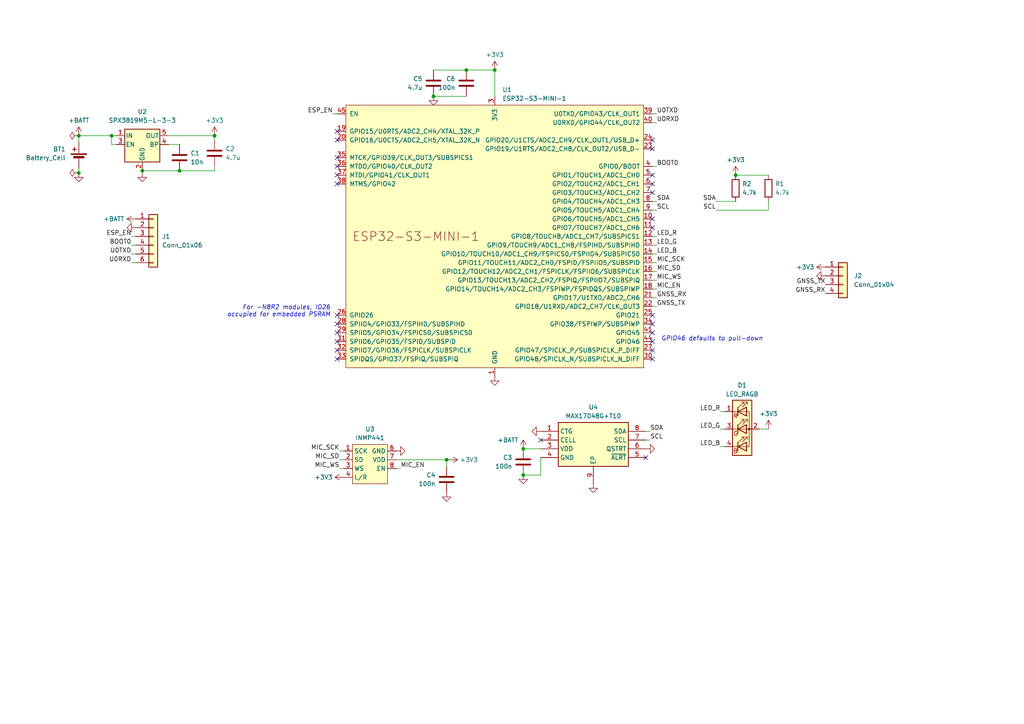
<source format=kicad_sch>
(kicad_sch (version 20230121) (generator eeschema)
  (paper "A4")
  (lib_symbols
    (symbol "CH343:CH343P"
      (property "Reference" "U" (at -12.7 11.43 0))
      (property "Value" "CH343P" (at -12.7 8.89 0))
      (symbol "CH343P_1_1"
        (rectangle (start -10.795 6.985) (end 10.795 -6.35) (fill (type background)))
        (pin passive line (at -3.81 -8.89 90) (length 2.54) (name "VIO") (number "1"))
        (pin passive line (at 1.27 9.525 270) (length 2.54) (name "ACT#") (number "10"))
        (pin passive line (at -1.27 9.525 270) (length 2.54) (name "DCD") (number "11"))
        (pin passive line (at -3.81 9.525 270) (length 2.54) (name "DTR") (number "12"))
        (pin passive line (at -13.335 3.81 0) (length 2.54) (name "RTS") (number "13"))
        (pin passive line (at -13.335 1.27 0) (length 2.54) (name "DSR") (number "14"))
        (pin passive line (at -13.335 -1.27 0) (length 2.54) (name "CTS") (number "15"))
        (pin passive line (at -13.335 -3.81 0) (length 2.54) (name "RI") (number "16"))
        (pin passive line (at -1.27 -8.89 90) (length 2.54) hide (name "GND") (number "17"))
        (pin passive line (at -1.27 -8.89 90) (length 2.54) (name "GND") (number "2"))
        (pin passive line (at 1.27 -8.89 90) (length 2.54) (name "VDD5") (number "3"))
        (pin passive line (at 3.81 -8.89 90) (length 2.54) (name "TXD") (number "4"))
        (pin passive line (at 13.335 -3.81 180) (length 2.54) (name "RXD") (number "5"))
        (pin passive line (at 13.335 -1.27 180) (length 2.54) (name "V3") (number "6"))
        (pin passive line (at 13.335 1.27 180) (length 2.54) (name "UD+") (number "7"))
        (pin passive line (at 13.335 3.81 180) (length 2.54) (name "UD-") (number "8"))
        (pin passive line (at 3.81 9.525 270) (length 2.54) (name "VBUS") (number "9"))
      )
    )
    (symbol "Connector:USB_C_Receptacle_USB2.0_14P" (pin_names (offset 1.016))
      (property "Reference" "J" (at 0 22.225 0))
      (property "Value" "USB_C_Receptacle_USB2.0_14P" (at 0 19.685 0))
      (symbol "USB_C_Receptacle_USB2.0_14P_0_0"
        (rectangle (start -0.254 -17.78) (end 0.254 -16.764))
        (rectangle (start 10.16 -4.826) (end 9.144 -5.334))
        (rectangle (start 10.16 -2.286) (end 9.144 -2.794))
        (rectangle (start 10.16 0.254) (end 9.144 -0.254))
        (rectangle (start 10.16 2.794) (end 9.144 2.286))
        (rectangle (start 10.16 7.874) (end 9.144 7.366))
        (rectangle (start 10.16 10.414) (end 9.144 9.906))
        (rectangle (start 10.16 15.494) (end 9.144 14.986))
      )
      (symbol "USB_C_Receptacle_USB2.0_14P_0_1"
        (rectangle (start -10.16 17.78) (end 10.16 -17.78) (stroke (width 0.254)) (fill (type background)))
        (arc (start -8.89 -3.81) (mid -6.985 -5.7067) (end -5.08 -3.81) (stroke (width 0.508)))
        (arc (start -7.62 -3.81) (mid -6.985 -4.4423) (end -6.35 -3.81) (stroke (width 0.254)))
        (arc (start -7.62 -3.81) (mid -6.985 -4.4423) (end -6.35 -3.81) (stroke (width 0.254)) (fill (type outline)))
        (rectangle (start -7.62 -3.81) (end -6.35 3.81) (stroke (width 0.254)) (fill (type outline)))
        (arc (start -6.35 3.81) (mid -6.985 4.4423) (end -7.62 3.81) (stroke (width 0.254)))
        (arc (start -6.35 3.81) (mid -6.985 4.4423) (end -7.62 3.81) (stroke (width 0.254)) (fill (type outline)))
        (arc (start -5.08 3.81) (mid -6.985 5.7067) (end -8.89 3.81) (stroke (width 0.508)))
        (circle (center -2.54 1.143) (radius 0.635) (stroke (width 0.254)) (fill (type outline)))
        (circle (center 0 -5.842) (radius 1.27) (fill (type outline)))
        (polyline (pts (xy -8.89 -3.81) (xy -8.89 3.81)) (stroke (width 0.508)))
        (polyline (pts (xy -5.08 3.81) (xy -5.08 -3.81)) (stroke (width 0.508)))
        (polyline (pts (xy 0 -5.842) (xy 0 4.318)) (stroke (width 0.508)))
        (polyline (pts (xy 0 -3.302) (xy -2.54 -0.762) (xy -2.54 0.508)) (stroke (width 0.508)))
        (polyline (pts (xy 0 -2.032) (xy 2.54 0.508) (xy 2.54 1.778)) (stroke (width 0.508)))
        (polyline (pts (xy -1.27 4.318) (xy 0 6.858) (xy 1.27 4.318) (xy -1.27 4.318)) (stroke (width 0.254)) (fill (type outline)))
        (rectangle (start 1.905 1.778) (end 3.175 3.048) (stroke (width 0.254)) (fill (type outline)))
      )
      (symbol "USB_C_Receptacle_USB2.0_14P_1_1"
        (pin passive line (at 0 -22.86 90) (length 5.08) (name "GND") (number "A1"))
        (pin passive line (at 0 -22.86 90) (length 5.08) hide (name "GND") (number "A12"))
        (pin passive line (at 15.24 15.24 180) (length 5.08) (name "VBUS") (number "A4"))
        (pin bidirectional line (at 15.24 10.16 180) (length 5.08) (name "CC1") (number "A5"))
        (pin bidirectional line (at 15.24 -2.54 180) (length 5.08) (name "D+") (number "A6"))
        (pin bidirectional line (at 15.24 2.54 180) (length 5.08) (name "D-") (number "A7"))
        (pin passive line (at 15.24 15.24 180) (length 5.08) hide (name "VBUS") (number "A9"))
        (pin passive line (at 0 -22.86 90) (length 5.08) hide (name "GND") (number "B1"))
        (pin passive line (at 0 -22.86 90) (length 5.08) hide (name "GND") (number "B12"))
        (pin passive line (at 15.24 15.24 180) (length 5.08) hide (name "VBUS") (number "B4"))
        (pin bidirectional line (at 15.24 7.62 180) (length 5.08) (name "CC2") (number "B5"))
        (pin bidirectional line (at 15.24 -5.08 180) (length 5.08) (name "D+") (number "B6"))
        (pin bidirectional line (at 15.24 0 180) (length 5.08) (name "D-") (number "B7"))
        (pin passive line (at 15.24 15.24 180) (length 5.08) hide (name "VBUS") (number "B9"))
        (pin passive line (at -7.62 -22.86 90) (length 5.08) (name "SHIELD") (number "S1"))
      )
    )
    (symbol "Connector_Generic:Conn_01x04" (pin_names (offset 1.016) hide)
      (property "Reference" "J" (at 0 5.08 0))
      (property "Value" "Conn_01x04" (at 0 -7.62 0))
      (symbol "Conn_01x04_1_1"
        (rectangle (start -1.27 -4.953) (end 0 -5.207) (stroke (width 0.1524)))
        (rectangle (start -1.27 -2.413) (end 0 -2.667) (stroke (width 0.1524)))
        (rectangle (start -1.27 0.127) (end 0 -0.127) (stroke (width 0.1524)))
        (rectangle (start -1.27 2.667) (end 0 2.413) (stroke (width 0.1524)))
        (rectangle (start -1.27 3.81) (end 1.27 -6.35) (stroke (width 0.254)) (fill (type background)))
        (pin passive line (at -5.08 2.54 0) (length 3.81) (name "Pin_1") (number "1"))
        (pin passive line (at -5.08 0 0) (length 3.81) (name "Pin_2") (number "2"))
        (pin passive line (at -5.08 -2.54 0) (length 3.81) (name "Pin_3") (number "3"))
        (pin passive line (at -5.08 -5.08 0) (length 3.81) (name "Pin_4") (number "4"))
      )
    )
    (symbol "Connector_Generic:Conn_01x06" (pin_names (offset 1.016) hide)
      (property "Reference" "J" (at 0 7.62 0))
      (property "Value" "Conn_01x06" (at 0 -10.16 0))
      (symbol "Conn_01x06_1_1"
        (rectangle (start -1.27 -7.493) (end 0 -7.747) (stroke (width 0.1524)))
        (rectangle (start -1.27 -4.953) (end 0 -5.207) (stroke (width 0.1524)))
        (rectangle (start -1.27 -2.413) (end 0 -2.667) (stroke (width 0.1524)))
        (rectangle (start -1.27 0.127) (end 0 -0.127) (stroke (width 0.1524)))
        (rectangle (start -1.27 2.667) (end 0 2.413) (stroke (width 0.1524)))
        (rectangle (start -1.27 5.207) (end 0 4.953) (stroke (width 0.1524)))
        (rectangle (start -1.27 6.35) (end 1.27 -8.89) (stroke (width 0.254)) (fill (type background)))
        (pin passive line (at -5.08 5.08 0) (length 3.81) (name "Pin_1") (number "1"))
        (pin passive line (at -5.08 2.54 0) (length 3.81) (name "Pin_2") (number "2"))
        (pin passive line (at -5.08 0 0) (length 3.81) (name "Pin_3") (number "3"))
        (pin passive line (at -5.08 -2.54 0) (length 3.81) (name "Pin_4") (number "4"))
        (pin passive line (at -5.08 -5.08 0) (length 3.81) (name "Pin_5") (number "5"))
        (pin passive line (at -5.08 -7.62 0) (length 3.81) (name "Pin_6") (number "6"))
      )
    )
    (symbol "Device:Battery_Cell" (pin_numbers hide) (pin_names (offset 0) hide)
      (property "Reference" "BT" (at 2.54 2.54 0))
      (property "Value" "Battery_Cell" (at 2.54 0 0))
      (symbol "Battery_Cell_0_1"
        (rectangle (start -2.286 1.778) (end 2.286 1.524) (fill (type outline)))
        (rectangle (start -1.524 1.016) (end 1.524 0.508) (fill (type outline)))
        (polyline (pts (xy 0 0.762) (xy 0 0)))
        (polyline (pts (xy 0 1.778) (xy 0 2.54)))
        (polyline (pts (xy 0.762 3.048) (xy 1.778 3.048)) (stroke (width 0.254)))
        (polyline (pts (xy 1.27 3.556) (xy 1.27 2.54)) (stroke (width 0.254)))
      )
      (symbol "Battery_Cell_1_1"
        (pin passive line (at 0 5.08 270) (length 2.54) (name "+") (number "1"))
        (pin passive line (at 0 -2.54 90) (length 2.54) (name "-") (number "2"))
      )
    )
    (symbol "Device:C" (pin_numbers hide) (pin_names (offset 0.254))
      (property "Reference" "C" (at 0.635 2.54 0))
      (property "Value" "C" (at 0.635 -2.54 0))
      (symbol "C_0_1"
        (polyline (pts (xy -2.032 -0.762) (xy 2.032 -0.762)) (stroke (width 0.508)))
        (polyline (pts (xy -2.032 0.762) (xy 2.032 0.762)) (stroke (width 0.508)))
      )
      (symbol "C_1_1"
        (pin passive line (at 0 3.81 270) (length 2.794) (name "~") (number "1"))
        (pin passive line (at 0 -3.81 90) (length 2.794) (name "~") (number "2"))
      )
    )
    (symbol "Device:LED_RAGB" (pin_names (offset 0) hide)
      (property "Reference" "D" (at 0 9.398 0))
      (property "Value" "LED_RAGB" (at 0 -8.89 0))
      (symbol "LED_RAGB_0_0"
        (text "B" (at -1.905 -6.35 0) (effects (font (size 1.27 1.27))))
        (text "G" (at -1.905 -1.27 0) (effects (font (size 1.27 1.27))))
        (text "R" (at -1.905 3.81 0) (effects (font (size 1.27 1.27))))
      )
      (symbol "LED_RAGB_0_1"
        (polyline (pts (xy -1.27 -5.08) (xy -2.54 -5.08)))
        (polyline (pts (xy -1.27 -5.08) (xy 1.27 -5.08)))
        (polyline (pts (xy -1.27 -3.81) (xy -1.27 -6.35)) (stroke (width 0.254)))
        (polyline (pts (xy -1.27 0) (xy -2.54 0)))
        (polyline (pts (xy -1.27 1.27) (xy -1.27 -1.27)) (stroke (width 0.254)))
        (polyline (pts (xy -1.27 5.08) (xy -2.54 5.08)))
        (polyline (pts (xy -1.27 5.08) (xy 1.27 5.08)))
        (polyline (pts (xy -1.27 6.35) (xy -1.27 3.81)) (stroke (width 0.254)))
        (polyline (pts (xy 1.27 0) (xy -1.27 0)))
        (polyline (pts (xy 1.27 0) (xy 2.54 0)))
        (polyline (pts (xy -1.27 1.27) (xy -1.27 -1.27) (xy -1.27 -1.27)))
        (polyline (pts (xy -1.27 6.35) (xy -1.27 3.81) (xy -1.27 3.81)))
        (polyline (pts (xy 1.27 -5.08) (xy 2.032 -5.08) (xy 2.032 5.08) (xy 1.27 5.08)))
        (polyline (pts (xy 1.27 -3.81) (xy 1.27 -6.35) (xy -1.27 -5.08) (xy 1.27 -3.81)) (stroke (width 0.254)))
        (polyline (pts (xy 1.27 1.27) (xy 1.27 -1.27) (xy -1.27 0) (xy 1.27 1.27)) (stroke (width 0.254)))
        (polyline (pts (xy 1.27 6.35) (xy 1.27 3.81) (xy -1.27 5.08) (xy 1.27 6.35)) (stroke (width 0.254)))
        (polyline (pts (xy -1.016 -3.81) (xy 0.508 -2.286) (xy -0.254 -2.286) (xy 0.508 -2.286) (xy 0.508 -3.048)))
        (polyline (pts (xy -1.016 1.27) (xy 0.508 2.794) (xy -0.254 2.794) (xy 0.508 2.794) (xy 0.508 2.032)))
        (polyline (pts (xy -1.016 6.35) (xy 0.508 7.874) (xy -0.254 7.874) (xy 0.508 7.874) (xy 0.508 7.112)))
        (polyline (pts (xy 0 -3.81) (xy 1.524 -2.286) (xy 0.762 -2.286) (xy 1.524 -2.286) (xy 1.524 -3.048)))
        (polyline (pts (xy 0 1.27) (xy 1.524 2.794) (xy 0.762 2.794) (xy 1.524 2.794) (xy 1.524 2.032)))
        (polyline (pts (xy 0 6.35) (xy 1.524 7.874) (xy 0.762 7.874) (xy 1.524 7.874) (xy 1.524 7.112)))
        (rectangle (start 1.27 -1.27) (end 1.27 1.27))
        (rectangle (start 1.27 1.27) (end 1.27 1.27))
        (rectangle (start 1.27 3.81) (end 1.27 6.35))
        (rectangle (start 1.27 6.35) (end 1.27 6.35))
        (circle (center 2.032 0) (radius 0.254) (fill (type outline)))
        (rectangle (start 2.794 8.382) (end -2.794 -7.62) (stroke (width 0.254)) (fill (type background)))
      )
      (symbol "LED_RAGB_1_1"
        (pin passive line (at -5.08 5.08 0) (length 2.54) (name "RK") (number "1"))
        (pin passive line (at 5.08 0 180) (length 2.54) (name "A") (number "2"))
        (pin passive line (at -5.08 0 0) (length 2.54) (name "GK") (number "3"))
        (pin passive line (at -5.08 -5.08 0) (length 2.54) (name "BK") (number "4"))
      )
    )
    (symbol "Device:R" (pin_numbers hide) (pin_names (offset 0))
      (property "Reference" "R" (at 2.032 0 90))
      (property "Value" "R" (at 0 0 90))
      (symbol "R_0_1"
        (rectangle (start -1.016 -2.54) (end 1.016 2.54) (stroke (width 0.254)))
      )
      (symbol "R_1_1"
        (pin passive line (at 0 3.81 270) (length 1.27) (name "~") (number "1"))
        (pin passive line (at 0 -3.81 90) (length 1.27) (name "~") (number "2"))
      )
    )
    (symbol "Espressif:ESP32-S3-MINI-1" (pin_names (offset 1.016))
      (property "Reference" "U" (at -43.18 43.18 0))
      (property "Value" "ESP32-S3-MINI-1" (at -43.18 40.64 0))
      (symbol "ESP32-S3-MINI-1_0_0"
        (text "ESP32-S3-MINI-1" (at -22.86 0 0) (effects (font (size 2.54 2.54))))
        (pin power_in line (at 0 -40.64 90) (length 2.54) (name "GND") (number "1"))
        (pin bidirectional line (at 45.72 5.08 180) (length 2.54) (name "GPIO6/TOUCH6/ADC1_CH5") (number "10"))
        (pin bidirectional line (at 45.72 2.54 180) (length 2.54) (name "GPIO7/TOUCH7/ADC1_CH6") (number "11"))
        (pin bidirectional line (at 45.72 0 180) (length 2.54) (name "GPIO8/TOUCH8/ADC1_CH7/SUBSPICS1") (number "12"))
        (pin bidirectional line (at 45.72 -2.54 180) (length 2.54) (name "GPIO9/TOUCH9/ADC1_CH8/FSPIHD/SUBSPIHD") (number "13"))
        (pin bidirectional line (at 45.72 -5.08 180) (length 2.54) (name "GPIO10/TOUCH10/ADC1_CH9/FSPICS0/FSPIIO4/SUBSPICS0") (number "14"))
        (pin bidirectional line (at 45.72 -7.62 180) (length 2.54) (name "GPIO11/TOUCH11/ADC2_CH0/FSPID/FSPIIO5/SUBSPID") (number "15"))
        (pin bidirectional line (at 45.72 -10.16 180) (length 2.54) (name "GPIO12/TOUCH12/ADC2_CH1/FSPICLK/FSPIIO6/SUBSPICLK") (number "16"))
        (pin bidirectional line (at 45.72 -12.7 180) (length 2.54) (name "GPIO13/TOUCH13/ADC2_CH2/FSPIQ/FSPIIO7/SUBSPIQ") (number "17"))
        (pin bidirectional line (at 45.72 -15.24 180) (length 2.54) (name "GPIO14/TOUCH14/ADC2_CH3/FSPIWP/FSPIDQS/SUBSPIWP") (number "18"))
        (pin bidirectional line (at -45.72 30.48 0) (length 2.54) (name "GPIO15/U0RTS/ADC2_CH4/XTAL_32K_P") (number "19"))
        (pin passive line (at 0 -40.64 90) (length 2.54) hide (name "GND") (number "2"))
        (pin bidirectional line (at -45.72 27.94 0) (length 2.54) (name "GPIO16/U0CTS/ADC2_CH5/XTAL_32K_N") (number "20"))
        (pin bidirectional line (at 45.72 -17.78 180) (length 2.54) (name "GPIO17/U1TXD/ADC2_CH6") (number "21"))
        (pin bidirectional line (at 45.72 -20.32 180) (length 2.54) (name "GPIO18/U1RXD/ADC2_CH7/CLK_OUT3") (number "22"))
        (pin bidirectional line (at 45.72 25.4 180) (length 2.54) (name "GPIO19/U1RTS/ADC2_CH8/CLK_OUT2/USB_D-") (number "23"))
        (pin bidirectional line (at 45.72 27.94 180) (length 2.54) (name "GPIO20/U1CTS/ADC2_CH9/CLK_OUT1/USB_D+") (number "24"))
        (pin bidirectional line (at 45.72 -22.86 180) (length 2.54) (name "GPIO21") (number "25"))
        (pin bidirectional line (at -45.72 -22.86 0) (length 2.54) (name "GPIO26") (number "26"))
        (pin bidirectional line (at 45.72 -33.02 180) (length 2.54) (name "GPIO47/SPICLK_P/SUBSPICLK_P_DIFF") (number "27"))
        (pin bidirectional line (at -45.72 -25.4 0) (length 2.54) (name "SPIIO4/GPIO33/FSPIHD/SUBSPIHD") (number "28"))
        (pin bidirectional line (at -45.72 -27.94 0) (length 2.54) (name "SPIIO5/GPIO34/FSPICS0/SUBSPICS0") (number "29"))
        (pin power_in line (at 0 40.64 270) (length 2.54) (name "3V3") (number "3"))
        (pin bidirectional line (at 45.72 -35.56 180) (length 2.54) (name "GPIO48/SPICLK_N/SUBSPICLK_N_DIFF") (number "30"))
        (pin bidirectional line (at -45.72 -30.48 0) (length 2.54) (name "SPIIO6/GPIO35/FSPID/SUBSPID") (number "31"))
        (pin bidirectional line (at -45.72 -33.02 0) (length 2.54) (name "SPIIO7/GPIO36/FSPICLK/SUBSPICLK") (number "32"))
        (pin bidirectional line (at -45.72 -35.56 0) (length 2.54) (name "SPIDQS/GPIO37/FSPIQ/SUBSPIQ") (number "33"))
        (pin bidirectional line (at 45.72 -25.4 180) (length 2.54) (name "GPIO38/FSPIWP/SUBSPIWP") (number "34"))
        (pin bidirectional line (at -45.72 22.86 0) (length 2.54) (name "MTCK/GPIO39/CLK_OUT3/SUBSPICS1") (number "35"))
        (pin bidirectional line (at -45.72 20.32 0) (length 2.54) (name "MTDO/GPIO40/CLK_OUT2") (number "36"))
        (pin bidirectional line (at -45.72 17.78 0) (length 2.54) (name "MTDI/GPIO41/CLK_OUT1") (number "37"))
        (pin bidirectional line (at -45.72 15.24 0) (length 2.54) (name "MTMS/GPIO42") (number "38"))
        (pin bidirectional line (at 45.72 35.56 180) (length 2.54) (name "U0TXD/GPIO43/CLK_OUT1") (number "39"))
        (pin bidirectional line (at 45.72 20.32 180) (length 2.54) (name "GPIO0/BOOT") (number "4"))
        (pin bidirectional line (at 45.72 33.02 180) (length 2.54) (name "U0RXD/GPIO44/CLK_OUT2") (number "40"))
        (pin bidirectional line (at 45.72 -27.94 180) (length 2.54) (name "GPIO45") (number "41"))
        (pin passive line (at 0 -40.64 90) (length 2.54) hide (name "GND") (number "42"))
        (pin passive line (at 0 -40.64 90) (length 2.54) hide (name "GND") (number "43"))
        (pin bidirectional line (at 45.72 -30.48 180) (length 2.54) (name "GPIO46") (number "44"))
        (pin input line (at -45.72 35.56 0) (length 2.54) (name "EN") (number "45"))
        (pin passive line (at 0 -40.64 90) (length 2.54) hide (name "GND") (number "46"))
        (pin passive line (at 0 -40.64 90) (length 2.54) hide (name "GND") (number "47"))
        (pin passive line (at 0 -40.64 90) (length 2.54) hide (name "GND") (number "48"))
        (pin passive line (at 0 -40.64 90) (length 2.54) hide (name "GND") (number "49"))
        (pin bidirectional line (at 45.72 17.78 180) (length 2.54) (name "GPIO1/TOUCH1/ADC1_CH0") (number "5"))
        (pin passive line (at 0 -40.64 90) (length 2.54) hide (name "GND") (number "50"))
        (pin passive line (at 0 -40.64 90) (length 2.54) hide (name "GND") (number "51"))
        (pin passive line (at 0 -40.64 90) (length 2.54) hide (name "GND") (number "52"))
        (pin passive line (at 0 -40.64 90) (length 2.54) hide (name "GND") (number "53"))
        (pin passive line (at 0 -40.64 90) (length 2.54) hide (name "GND") (number "54"))
        (pin passive line (at 0 -40.64 90) (length 2.54) hide (name "GND") (number "55"))
        (pin passive line (at 0 -40.64 90) (length 2.54) hide (name "GND") (number "56"))
        (pin passive line (at 0 -40.64 90) (length 2.54) hide (name "GND") (number "57"))
        (pin passive line (at 0 -40.64 90) (length 2.54) hide (name "GND") (number "58"))
        (pin passive line (at 0 -40.64 90) (length 2.54) hide (name "GND") (number "59"))
        (pin bidirectional line (at 45.72 15.24 180) (length 2.54) (name "GPIO2/TOUCH2/ADC1_CH1") (number "6"))
        (pin passive line (at 0 -40.64 90) (length 2.54) hide (name "GND") (number "60"))
        (pin passive line (at 0 -40.64 90) (length 2.54) hide (name "GND") (number "61"))
        (pin passive line (at 0 -40.64 90) (length 2.54) hide (name "GND") (number "62"))
        (pin passive line (at 0 -40.64 90) (length 2.54) hide (name "GND") (number "63"))
        (pin passive line (at 0 -40.64 90) (length 2.54) hide (name "GND") (number "64"))
        (pin passive line (at 0 -40.64 90) (length 2.54) hide (name "GND") (number "65"))
        (pin bidirectional line (at 45.72 12.7 180) (length 2.54) (name "GPIO3/TOUCH3/ADC1_CH2") (number "7"))
        (pin bidirectional line (at 45.72 10.16 180) (length 2.54) (name "GPIO4/TOUCH4/ADC1_CH3") (number "8"))
        (pin bidirectional line (at 45.72 7.62 180) (length 2.54) (name "GPIO5/TOUCH5/ADC1_CH4") (number "9"))
      )
      (symbol "ESP32-S3-MINI-1_0_1"
        (rectangle (start -43.18 38.1) (end 43.18 -38.1) (fill (type background)))
      )
    )
    (symbol "INMP441:INMP441"
      (property "Reference" "U" (at 0 10.16 0))
      (property "Value" "INMP441" (at 0 7.62 0))
      (symbol "INMP441_1_1"
        (rectangle (start -5.08 5.715) (end 5.08 -5.715) (fill (type background)))
        (pin passive line (at -7.62 3.81 0) (length 2.54) (name "SCK") (number "1"))
        (pin passive line (at -7.62 1.27 0) (length 2.54) (name "SD") (number "2"))
        (pin passive line (at -7.62 -1.27 0) (length 2.54) (name "WS") (number "3"))
        (pin passive line (at -7.62 -3.81 0) (length 2.54) (name "L/R") (number "4"))
        (pin passive line (at 7.62 3.81 180) (length 2.54) hide (name "GND") (number "5"))
        (pin passive line (at 7.62 3.81 180) (length 2.54) (name "GND") (number "6"))
        (pin passive line (at 7.62 1.27 180) (length 2.54) (name "VDD") (number "7"))
        (pin passive line (at 7.62 -1.27 180) (length 2.54) (name "EN") (number "8"))
        (pin passive line (at 7.62 3.81 180) (length 2.54) hide (name "GND") (number "9"))
      )
    )
    (symbol "MAX17048G+T10:MAX17048G+T10"
      (property "Reference" "U" (at 26.67 7.62 0))
      (property "Value" "MAX17048G+T10" (at 26.67 5.08 0))
      (symbol "MAX17048G+T10_1_1"
        (rectangle (start 5.08 2.54) (end 25.4 -10.16) (stroke (width 0.254)) (fill (type background)))
        (pin passive line (at 0 0 0) (length 5.08) (name "CTG") (number "1"))
        (pin passive line (at 0 -2.54 0) (length 5.08) (name "CELL") (number "2"))
        (pin passive line (at 0 -5.08 0) (length 5.08) (name "VDD") (number "3"))
        (pin passive line (at 0 -7.62 0) (length 5.08) (name "GND") (number "4"))
        (pin passive line (at 30.48 -7.62 180) (length 5.08) (name "~{ALRT}") (number "5"))
        (pin passive line (at 30.48 -5.08 180) (length 5.08) (name "QSTRT") (number "6"))
        (pin passive line (at 30.48 -2.54 180) (length 5.08) (name "SCL") (number "7"))
        (pin passive line (at 30.48 0 180) (length 5.08) (name "SDA") (number "8"))
        (pin passive line (at 15.24 -15.24 90) (length 5.08) (name "EP") (number "9"))
      )
    )
    (symbol "Regulator_Linear:SPX3819M5-L-3-3" (pin_names (offset 0.254))
      (property "Reference" "U" (at -3.81 5.715 0))
      (property "Value" "SPX3819M5-L-3-3" (at 0 5.715 0))
      (symbol "SPX3819M5-L-3-3_0_1"
        (rectangle (start -5.08 4.445) (end 5.08 -5.08) (stroke (width 0.254)) (fill (type background)))
      )
      (symbol "SPX3819M5-L-3-3_1_1"
        (pin power_in line (at -7.62 2.54 0) (length 2.54) (name "IN") (number "1"))
        (pin power_in line (at 0 -7.62 90) (length 2.54) (name "GND") (number "2"))
        (pin input line (at -7.62 0 0) (length 2.54) (name "EN") (number "3"))
        (pin input line (at 7.62 0 180) (length 2.54) (name "BP") (number "4"))
        (pin power_out line (at 7.62 2.54 180) (length 2.54) (name "OUT") (number "5"))
      )
    )
    (symbol "Transistor_BJT:MMBT3904" (pin_names (offset 0) hide)
      (property "Reference" "Q" (at 5.08 1.905 0))
      (property "Value" "MMBT3904" (at 5.08 0 0))
      (symbol "MMBT3904_0_1"
        (polyline (pts (xy 0.635 0.635) (xy 2.54 2.54)))
        (polyline (pts (xy 0.635 -0.635) (xy 2.54 -2.54) (xy 2.54 -2.54)))
        (polyline (pts (xy 0.635 1.905) (xy 0.635 -1.905) (xy 0.635 -1.905)) (stroke (width 0.508)))
        (polyline (pts (xy 1.27 -1.778) (xy 1.778 -1.27) (xy 2.286 -2.286) (xy 1.27 -1.778) (xy 1.27 -1.778)) (fill (type outline)))
        (circle (center 1.27 0) (radius 2.8194) (stroke (width 0.254)))
      )
      (symbol "MMBT3904_1_1"
        (pin input line (at -5.08 0 0) (length 5.715) (name "B") (number "1"))
        (pin passive line (at 2.54 -5.08 90) (length 2.54) (name "E") (number "2"))
        (pin passive line (at 2.54 5.08 270) (length 2.54) (name "C") (number "3"))
      )
    )
    (symbol "power:+3V3" (power) (pin_names (offset 0))
      (property "Value" "+3V3" (at 0 3.556 0))
      (symbol "+3V3_0_1"
        (polyline (pts (xy -0.762 1.27) (xy 0 2.54)))
        (polyline (pts (xy 0 0) (xy 0 2.54)))
        (polyline (pts (xy 0 2.54) (xy 0.762 1.27)))
      )
      (symbol "+3V3_1_1"
        (pin power_in line (at 0 0 90) (length 0) hide (name "+3V3") (number "1"))
      )
    )
    (symbol "power:+5V" (power) (pin_names (offset 0))
      (property "Value" "+5V" (at 0 3.556 0))
      (symbol "+5V_0_1"
        (polyline (pts (xy -0.762 1.27) (xy 0 2.54)))
        (polyline (pts (xy 0 0) (xy 0 2.54)))
        (polyline (pts (xy 0 2.54) (xy 0.762 1.27)))
      )
      (symbol "+5V_1_1"
        (pin power_in line (at 0 0 90) (length 0) hide (name "+5V") (number "1"))
      )
    )
    (symbol "power:+BATT" (power) (pin_names (offset 0))
      (property "Value" "+BATT" (at 0 3.556 0))
      (symbol "+BATT_0_1"
        (polyline (pts (xy -0.762 1.27) (xy 0 2.54)))
        (polyline (pts (xy 0 0) (xy 0 2.54)))
        (polyline (pts (xy 0 2.54) (xy 0.762 1.27)))
      )
      (symbol "+BATT_1_1"
        (pin power_in line (at 0 0 90) (length 0) hide (name "+BATT") (number "1"))
      )
    )
    (symbol "power:GND" (power) (pin_names (offset 0))
      (property "Value" "GND" (at 0 -3.81 0))
      (symbol "GND_0_1"
        (polyline (pts (xy 0 0) (xy 0 -1.27) (xy 1.27 -1.27) (xy 0 -2.54) (xy -1.27 -1.27) (xy 0 -1.27)))
      )
      (symbol "GND_1_1"
        (pin power_in line (at 0 0 270) (length 0) hide (name "GND") (number "1"))
      )
    )
    (symbol "power:PWR_FLAG" (power) (pin_numbers hide) (pin_names (offset 0) hide)
      (property "Value" "PWR_FLAG" (at 0 3.81 0))
      (symbol "PWR_FLAG_0_0"
        (pin power_out line (at 0 0 90) (length 0) (name "pwr") (number "1"))
      )
      (symbol "PWR_FLAG_0_1"
        (polyline (pts (xy 0 0) (xy 0 1.27) (xy -1.016 1.905) (xy 0 2.54) (xy 1.016 1.905) (xy 0 1.27)))
      )
    )
  )
  (junction (at 22.86 39.37))
  (junction (at 143.51 20.32))
  (junction (at 135.255 20.32))
  (junction (at 125.73 27.94))
  (junction (at 62.23 39.37))
  (junction (at -48.26 82.55))
  (junction (at 52.07 49.53))
  (junction (at -49.53 118.745))
  (junction (at -43.18 82.55))
  (junction (at 22.86 50.165))
  (junction (at -48.26 104.14))
  (junction (at 129.54 133.35))
  (junction (at -106.045 50.8))
  (junction (at 151.765 130.175))
  (junction (at -109.855 69.85))
  (junction (at 41.275 49.53))
  (junction (at 151.765 137.795))
  (junction (at 213.36 50.8))
  (junction (at 32.385 39.37))
  (junction (at -109.855 64.77))
  (no_connect (at 97.79 45.72))
  (no_connect (at 189.23 50.8))
  (no_connect (at -132.715 88.9))
  (no_connect (at 97.79 101.6))
  (no_connect (at 189.23 99.06))
  (no_connect (at 187.325 132.715))
  (no_connect (at -43.18 61.595))
  (no_connect (at 97.79 38.1))
  (no_connect (at 189.23 96.52))
  (no_connect (at -45.72 61.595))
  (no_connect (at 189.23 93.98))
  (no_connect (at -57.785 74.93))
  (no_connect (at 97.79 48.26))
  (no_connect (at 156.845 127.635))
  (no_connect (at 97.79 40.64))
  (no_connect (at -57.785 72.39))
  (no_connect (at 97.79 93.98))
  (no_connect (at -57.785 69.85))
  (no_connect (at 97.79 91.44))
  (no_connect (at 97.79 104.14))
  (no_connect (at 189.23 104.14))
  (no_connect (at 189.23 55.88))
  (no_connect (at 189.23 40.64))
  (no_connect (at 189.23 91.44))
  (no_connect (at 189.23 101.6))
  (no_connect (at 97.79 99.06))
  (no_connect (at 189.23 53.34))
  (no_connect (at 97.79 50.8))
  (no_connect (at 189.23 43.18))
  (no_connect (at 97.79 53.34))
  (no_connect (at 189.23 66.04))
  (no_connect (at 189.23 63.5))
  (no_connect (at 97.79 96.52))
  (wire (pts (xy 38.1 68.58) (xy 39.37 68.58)))
  (wire (pts (xy 96.52 33.02) (xy 97.79 33.02)))
  (wire (pts (xy -31.115 110.49) (xy -49.53 110.49)))
  (wire (pts (xy 130.175 133.35) (xy 129.54 133.35)))
  (wire (pts (xy 32.385 39.37) (xy 32.385 41.91)))
  (wire (pts (xy 208.915 119.38) (xy 210.185 119.38)))
  (wire (pts (xy 143.51 20.32) (xy 143.51 27.94)))
  (wire (pts (xy -48.895 82.55) (xy -48.26 82.55)))
  (wire (pts (xy 190.5 60.96) (xy 189.23 60.96)))
  (wire (pts (xy -39.37 104.14) (xy -38.735 104.14)))
  (wire (pts (xy 188.595 125.095) (xy 187.325 125.095)))
  (wire (pts (xy -48.26 104.14) (xy -46.99 104.14)))
  (wire (pts (xy -20.32 123.825) (xy -31.115 123.825)))
  (wire (pts (xy 22.86 39.37) (xy 22.86 41.275)))
  (wire (pts (xy 48.895 41.91) (xy 52.07 41.91)))
  (wire (pts (xy 129.54 133.35) (xy 114.935 133.35)))
  (wire (pts (xy -109.855 50.8) (xy -106.045 50.8)))
  (wire (pts (xy 188.595 127.635) (xy 187.325 127.635)))
  (wire (pts (xy 116.205 135.89) (xy 114.935 135.89)))
  (wire (pts (xy -39.37 118.745) (xy -38.735 118.745)))
  (wire (pts (xy 38.1 73.66) (xy 39.37 73.66)))
  (wire (pts (xy -48.26 112.395) (xy -48.26 104.14)))
  (wire (pts (xy -52.07 118.745) (xy -49.53 118.745)))
  (wire (pts (xy -106.045 50.8) (xy -103.505 50.8)))
  (wire (pts (xy -31.115 112.395) (xy -48.26 112.395)))
  (wire (pts (xy -42.545 82.55) (xy -43.18 82.55)))
  (wire (pts (xy -38.1 80.01) (xy -40.64 80.01)))
  (wire (pts (xy 48.895 39.37) (xy 62.23 39.37)))
  (wire (pts (xy -43.18 82.55) (xy -43.18 80.01)))
  (wire (pts (xy -49.53 118.745) (xy -46.99 118.745)))
  (wire (pts (xy -109.855 63.5) (xy -109.855 64.77)))
  (wire (pts (xy 98.425 135.89) (xy 99.695 135.89)))
  (wire (pts (xy -31.115 109.22) (xy -31.115 110.49)))
  (wire (pts (xy -87.63 66.675) (xy -87.63 67.945)))
  (wire (pts (xy 22.86 48.895) (xy 22.86 50.165)))
  (wire (pts (xy 41.275 49.53) (xy 52.07 49.53)))
  (wire (pts (xy 156.845 137.795) (xy 156.845 132.715)))
  (wire (pts (xy -97.155 66.675) (xy -97.155 67.945)))
  (wire (pts (xy 33.655 41.91) (xy 32.385 41.91)))
  (wire (pts (xy 190.5 33.02) (xy 189.23 33.02)))
  (wire (pts (xy -109.855 58.42) (xy -97.155 58.42)))
  (wire (pts (xy 208.915 124.46) (xy 210.185 124.46)))
  (wire (pts (xy 98.425 130.81) (xy 99.695 130.81)))
  (wire (pts (xy -52.07 104.14) (xy -48.26 104.14)))
  (wire (pts (xy 22.86 39.37) (xy 32.385 39.37)))
  (wire (pts (xy 190.5 35.56) (xy 189.23 35.56)))
  (wire (pts (xy 62.23 39.37) (xy 62.23 40.64)))
  (wire (pts (xy 32.385 39.37) (xy 33.655 39.37)))
  (wire (pts (xy -48.26 80.01) (xy -48.26 82.55)))
  (wire (pts (xy 190.5 76.2) (xy 189.23 76.2)))
  (wire (pts (xy 222.885 60.96) (xy 222.885 58.42)))
  (wire (pts (xy -87.63 55.88) (xy -87.63 59.055)))
  (wire (pts (xy 151.765 137.795) (xy 156.845 137.795)))
  (wire (pts (xy -109.855 69.85) (xy -109.855 71.12)))
  (wire (pts (xy -106.045 50.165) (xy -106.045 50.8)))
  (wire (pts (xy 62.23 49.53) (xy 52.07 49.53)))
  (wire (pts (xy 208.915 129.54) (xy 210.185 129.54)))
  (wire (pts (xy 98.425 133.35) (xy 99.695 133.35)))
  (wire (pts (xy -31.115 72.39) (xy -20.32 72.39)))
  (wire (pts (xy 38.1 71.12) (xy 39.37 71.12)))
  (wire (pts (xy -108.585 69.85) (xy -109.855 69.85)))
  (wire (pts (xy 190.5 81.28) (xy 189.23 81.28)))
  (wire (pts (xy -108.585 64.77) (xy -109.855 64.77)))
  (wire (pts (xy 41.275 50.165) (xy 41.275 49.53)))
  (wire (pts (xy -109.855 55.88) (xy -87.63 55.88)))
  (wire (pts (xy 129.54 135.255) (xy 129.54 133.35)))
  (wire (pts (xy -31.115 113.665) (xy -31.115 112.395)))
  (wire (pts (xy -48.26 60.325) (xy -48.26 61.595)))
  (wire (pts (xy -97.155 58.42) (xy -97.155 59.055)))
  (wire (pts (xy -49.53 110.49) (xy -49.53 118.745)))
  (wire (pts (xy 135.255 20.32) (xy 143.51 20.32)))
  (wire (pts (xy 190.5 68.58) (xy 189.23 68.58)))
  (wire (pts (xy 190.5 86.36) (xy 189.23 86.36)))
  (wire (pts (xy 213.36 58.42) (xy 207.645 58.42)))
  (wire (pts (xy 190.5 88.9) (xy 189.23 88.9)))
  (wire (pts (xy 207.645 60.96) (xy 222.885 60.96)))
  (wire (pts (xy -59.055 67.31) (xy -57.785 67.31)))
  (wire (pts (xy 125.73 27.94) (xy 135.255 27.94)))
  (wire (pts (xy -20.32 99.06) (xy -31.115 99.06)))
  (wire (pts (xy 62.23 48.26) (xy 62.23 49.53)))
  (wire (pts (xy 213.36 50.8) (xy 222.885 50.8)))
  (wire (pts (xy -109.855 64.77) (xy -109.855 66.04)))
  (wire (pts (xy 190.5 71.12) (xy 189.23 71.12)))
  (wire (pts (xy 222.885 124.46) (xy 220.345 124.46)))
  (wire (pts (xy 190.5 78.74) (xy 189.23 78.74)))
  (wire (pts (xy 151.765 130.175) (xy 156.845 130.175)))
  (wire (pts (xy 190.5 83.82) (xy 189.23 83.82)))
  (wire (pts (xy 190.5 58.42) (xy 189.23 58.42)))
  (wire (pts (xy 125.73 20.32) (xy 135.255 20.32)))
  (wire (pts (xy -109.855 68.58) (xy -109.855 69.85)))
  (wire (pts (xy 190.5 73.66) (xy 189.23 73.66)))
  (wire (pts (xy 190.5 48.26) (xy 189.23 48.26)))
  (wire (pts (xy -43.18 82.55) (xy -43.18 83.82)))
  (wire (pts (xy 38.1 76.2) (xy 39.37 76.2)))
  (wire (pts (xy -48.26 82.55) (xy -48.26 83.82)))
  (text "GPIO46 defaults to pull-down" (at 191.77 99.06 0) (effects (font (size 1.27 1.27) italic) (justify left bottom)))
  (text "For -N8R2 modules, IO26\noccupied for embedded PSRAM" (at 95.885 92.075 0) (effects (font (size 1.27 1.27) italic) (justify right bottom)))
  (label "SCL" (at 188.595 127.635 0))
  (label "ESP_EN" (at -20.32 99.06 0))
  (label "LED_G" (at 190.5 71.12 0))
  (label "MIC_WS" (at 190.5 81.28 0))
  (label "BOOT0" (at 38.1 71.12 180))
  (label "BOOT0" (at 190.5 48.26 0))
  (label "U0RXD" (at 38.1 76.2 180))
  (label "MIC_SCK" (at 190.5 76.2 0))
  (label "MIC_EN" (at 116.205 135.89 0))
  (label "LED_R" (at 190.5 68.58 0))
  (label "DTR" (at -48.26 60.325 90))
  (label "LED_R" (at 208.915 119.38 180))
  (label "SCL" (at 207.645 60.96 180))
  (label "DTR" (at -52.07 104.14 180))
  (label "ESP_EN" (at 38.1 68.58 180))
  (label "GNSS_RX" (at 239.395 85.09 180))
  (label "LED_G" (at 208.915 124.46 180))
  (label "MIC_EN" (at 190.5 83.82 0))
  (label "USB_D-" (at -108.585 64.77 0))
  (label "LED_B" (at 208.915 129.54 180))
  (label "MIC_SCK" (at 98.425 130.81 180))
  (label "BOOT0" (at -20.32 123.825 0))
  (label "RTS" (at -52.07 118.745 180))
  (label "U0RXD" (at -38.1 80.01 0))
  (label "RTS" (at -59.055 67.31 180))
  (label "GNSS_RX" (at 190.5 86.36 0))
  (label "GNSS_TX" (at 190.5 88.9 0))
  (label "USB_D-" (at -31.115 67.31 0))
  (label "U0TXD" (at -31.115 74.93 0))
  (label "ESP_EN" (at 96.52 33.02 180))
  (label "USB_D+" (at -108.585 69.85 0))
  (label "LED_B" (at 190.5 73.66 0))
  (label "SDA" (at 190.5 58.42 0))
  (label "MIC_SD" (at 98.425 133.35 180))
  (label "SCL" (at 190.5 60.96 0))
  (label "USB_D+" (at -31.115 69.85 0))
  (label "SDA" (at 188.595 125.095 0))
  (label "MIC_WS" (at 98.425 135.89 180))
  (label "SDA" (at 207.645 58.42 180))
  (label "MIC_SD" (at 190.5 78.74 0))
  (label "GNSS_TX" (at 239.395 82.55 180))
  (label "U0RXD" (at 190.5 35.56 0))
  (label "U0TXD" (at 38.1 73.66 180))
  (label "U0TXD" (at 190.5 33.02 0))
  (symbol (lib_id "Device:C") (at 125.73 24.13 0) (mirror y) (unit 1)
    (property "Reference" "C5" (at 122.555 22.86 0) (effects (justify left)))
    (property "Value" "4.7u" (at 122.555 25.4 0) (effects (justify left)))
    (property "Footprint" "Capacitor_SMD:C_0402_1005Metric" (effects hide))
  )
  (symbol (lib_id "Device:C") (at -48.26 87.63 0) (mirror y) (unit 1)
    (property "Reference" "C7" (at -51.435 86.36 0) (effects (justify left)))
    (property "Value" "100n" (at -51.435 88.9 0) (effects (justify left)))
    (property "Footprint" "Capacitor_SMD:C_0402_1005Metric" (effects hide))
  )
  (symbol (lib_id "power:+3V3") (at 143.51 20.32 0) (unit 1)
    (property "Reference" "#PWR02" (effects hide))
    (property "Value" "+3V3" (at 143.51 15.875 0))
  )
  (symbol (lib_id "power:GND") (at 22.86 50.165 0) (unit 1)
    (property "Reference" "#PWR03" (effects hide))
    (property "Value" "GND" (effects hide))
  )
  (symbol (lib_id "power:GND") (at 156.845 125.095 270) (unit 1)
    (property "Reference" "#PWR014" (effects hide))
    (property "Value" "GND" (effects hide))
  )
  (symbol (lib_id "power:GND") (at -48.26 91.44 0) (unit 1)
    (property "Reference" "#PWR024" (effects hide))
    (property "Value" "GND" (effects hide))
  )
  (symbol (lib_id "power:GND") (at -43.18 91.44 0) (unit 1)
    (property "Reference" "#PWR026" (effects hide))
    (property "Value" "GND" (effects hide))
  )
  (symbol (lib_id "power:+3V3") (at 213.36 50.8 0) (unit 1)
    (property "Reference" "#PWR020" (effects hide))
    (property "Value" "+3V3" (at 213.36 46.355 0))
  )
  (symbol (lib_id "power:+5V") (at -40.64 61.595 0) (unit 1)
    (property "Reference" "#PWR028" (effects hide))
    (property "Value" "+5V" (at -40.64 57.785 0))
  )
  (symbol (lib_id "Device:R") (at -43.18 104.14 90) (unit 1)
    (property "Reference" "R5" (at -45.085 101.6 90))
    (property "Value" "10k" (at -40.64 101.6 90))
    (property "Footprint" "Resistor_SMD:R_0402_1005Metric" (effects hide))
  )
  (symbol (lib_id "power:GND") (at 239.395 80.01 270) (unit 1)
    (property "Reference" "#PWR022" (effects hide))
    (property "Value" "GND" (effects hide))
  )
  (symbol (lib_id "power:+BATT") (at 39.37 63.5 90) (unit 1)
    (property "Reference" "#PWR011" (effects hide))
    (property "Value" "+BATT" (at 33.02 63.5 90))
  )
  (symbol (lib_id "power:GND") (at 172.085 140.335 0) (unit 1)
    (property "Reference" "#PWR015" (effects hide))
    (property "Value" "GND" (effects hide))
  )
  (symbol (lib_id "CH343:CH343P") (at -44.45 71.12 0) (unit 1)
    (property "Reference" "U5" (at -29.21 59.69 0))
    (property "Value" "CH343P" (at -29.21 62.23 0))
    (property "Footprint" "Package_DFN_QFN:QFN-16-1EP_3x3mm_P0.5mm_EP1.9x1.9mm" (effects hide))
  )
  (symbol (lib_id "Espressif:ESP32-S3-MINI-1") (at 143.51 68.58 0) (unit 1)
    (property "Reference" "U1" (at 145.7041 26.035 0) (effects (justify left)))
    (property "Value" "ESP32-S3-MINI-1" (at 145.7041 28.575 0) (effects (justify left)))
    (property "Footprint" "Espressif:ESP32-S3-MINI-1" (effects hide))
    (property "Datasheet" "https://www.espressif.com/sites/default/files/documentation/esp32-s3-mini-1_mini-1u_datasheet_en.pdf" (effects hide))
  )
  (symbol (lib_id "power:PWR_FLAG") (at -103.505 50.8 270) (unit 1)
    (property "Reference" "#FLG04" (effects hide))
    (property "Value" "PWR_FLAG" (effects hide))
  )
  (symbol (lib_id "power:GND") (at 187.325 130.175 90) (unit 1)
    (property "Reference" "#PWR016" (effects hide))
    (property "Value" "GND" (effects hide))
  )
  (symbol (lib_id "power:+3V3") (at -42.545 82.55 270) (unit 1)
    (property "Reference" "#PWR027" (effects hide))
    (property "Value" "+3V3" (at -36.83 82.55 90))
  )
  (symbol (lib_id "Regulator_Linear:SPX3819M5-L-3-3") (at 41.275 41.91 0) (unit 1)
    (property "Reference" "U2" (at 41.275 32.385 0))
    (property "Value" "SPX3819M5-L-3-3" (at 41.275 34.925 0))
    (property "Footprint" "Package_TO_SOT_SMD:SOT-23-5" (effects hide))
    (property "Datasheet" "https://www.exar.com/content/document.ashx?id=22106&languageid=1033&type=Datasheet&partnumber=SPX3819&filename=SPX3819.pdf&part=SPX3819" (effects hide))
  )
  (symbol (lib_id "Connector:USB_C_Receptacle_USB2.0_14P") (at -125.095 66.04 0) (unit 1)
    (property "Reference" "J3" (at -125.095 44.45 0))
    (property "Value" "USB_C_Receptacle_USB2.0_14P" (at -125.095 46.99 0))
    (property "Footprint" "Connector_USB:USB_C_Receptacle_HRO_TYPE-C-31-M-12" (effects hide))
    (property "Datasheet" "https://www.usb.org/sites/default/files/documents/usb_type-c.zip" (effects hide))
  )
  (symbol (lib_id "power:+3V3") (at 130.175 133.35 270) (unit 1)
    (property "Reference" "#PWR08" (effects hide))
    (property "Value" "+3V3" (at 133.35 133.35 90) (effects (justify left)))
  )
  (symbol (lib_id "power:+5V") (at -106.045 50.165 0) (unit 1)
    (property "Reference" "#PWR033" (effects hide))
    (property "Value" "+5V" (at -106.045 46.355 0))
  )
  (symbol (lib_id "Device:Battery_Cell") (at 22.86 46.355 0) (mirror y) (unit 1)
    (property "Reference" "BT1" (at 19.05 43.2435 0) (effects (justify left)))
    (property "Value" "Battery_Cell" (at 19.05 45.7835 0) (effects (justify left)))
    (property "Footprint" "Connector_JST:JST_GH_SM02B-GHS-TB_1x02-1MP_P1.25mm_Horizontal" (effects hide))
  )
  (symbol (lib_id "Device:R") (at -97.155 62.865 0) (unit 1)
    (property "Reference" "R3" (at -95.25 61.595 0) (effects (justify left)))
    (property "Value" "5.1k" (at -95.25 64.135 0) (effects (justify left)))
    (property "Footprint" "Resistor_SMD:R_0402_1005Metric" (effects hide))
  )
  (symbol (lib_id "power:+3V3") (at 222.885 124.46 0) (unit 1)
    (property "Reference" "#PWR019" (effects hide))
    (property "Value" "+3V3" (at 222.885 120.015 0))
  )
  (symbol (lib_id "Transistor_BJT:MMBT3904") (at -33.655 104.14 0) (unit 1)
    (property "Reference" "Q1" (at -28.575 102.87 0) (effects (justify left)))
    (property "Value" "MMBT3904" (at -28.575 105.41 0) (effects (justify left)))
    (property "Footprint" "Package_TO_SOT_SMD:SOT-23" (effects hide))
    (property "Datasheet" "https://www.onsemi.com/pdf/datasheet/pzt3904-d.pdf" (effects hide))
  )
  (symbol (lib_id "Connector_Generic:Conn_01x06") (at 44.45 68.58 0) (unit 1)
    (property "Reference" "J1" (at 46.99 68.58 0) (effects (justify left)))
    (property "Value" "Conn_01x06" (at 46.99 71.12 0) (effects (justify left)))
    (property "Footprint" "Duck_footprints:TestPoints_1x06_P2.0" (effects hide))
  )
  (symbol (lib_id "Device:R") (at 213.36 54.61 0) (unit 1)
    (property "Reference" "R2" (at 215.265 53.34 0) (effects (justify left)))
    (property "Value" "4.7k" (at 215.265 55.88 0) (effects (justify left)))
    (property "Footprint" "Resistor_SMD:R_0402_1005Metric" (effects hide))
  )
  (symbol (lib_id "power:+3V3") (at 62.23 39.37 0) (unit 1)
    (property "Reference" "#PWR06" (effects hide))
    (property "Value" "+3V3" (at 62.23 34.925 0))
  )
  (symbol (lib_id "Transistor_BJT:MMBT3904") (at -33.655 118.745 0) (mirror x) (unit 1)
    (property "Reference" "Q2" (at -28.575 117.475 0) (effects (justify left)))
    (property "Value" "MMBT3904" (at -28.575 120.015 0) (effects (justify left)))
    (property "Footprint" "Package_TO_SOT_SMD:SOT-23" (effects hide))
    (property "Datasheet" "https://www.onsemi.com/pdf/datasheet/pzt3904-d.pdf" (effects hide))
  )
  (symbol (lib_id "Device:C") (at -43.18 87.63 0) (unit 1)
    (property "Reference" "C8" (at -40.005 86.36 0) (effects (justify left)))
    (property "Value" "1u" (at -40.005 88.9 0) (effects (justify left)))
    (property "Footprint" "Capacitor_SMD:C_0402_1005Metric" (effects hide))
  )
  (symbol (lib_id "power:+BATT") (at 22.86 39.37 0) (unit 1)
    (property "Reference" "#PWR04" (effects hide))
    (property "Value" "+BATT" (at 22.86 34.925 0))
  )
  (symbol (lib_id "Device:LED_RAGB") (at 215.265 124.46 0) (unit 1)
    (property "Reference" "D1" (at 215.265 111.76 0))
    (property "Value" "LED_RAGB" (at 215.265 114.3 0))
    (property "Footprint" "LED_THT:LED_D5.0mm-4_RGB" (effects hide))
  )
  (symbol (lib_id "INMP441:INMP441") (at 107.315 134.62 0) (unit 1)
    (property "Reference" "U3" (at 107.315 124.46 0))
    (property "Value" "INMP441" (at 107.315 127 0))
    (property "Footprint" "INMP441:INMP441" (effects hide))
    (property "Datasheet" "https://invensense.tdk.com/wp-content/uploads/2015/02/INMP441.pdf" (effects hide))
  )
  (symbol (lib_id "power:+BATT") (at 151.765 130.175 0) (unit 1)
    (property "Reference" "#PWR012" (effects hide))
    (property "Value" "+BATT" (at 147.32 127.635 0))
  )
  (symbol (lib_id "MAX17048G+T10:MAX17048G+T10") (at 156.845 125.095 0) (unit 1)
    (property "Reference" "U4" (at 172.085 118.11 0))
    (property "Value" "MAX17048G+T10" (at 172.085 120.65 0))
    (property "Footprint" "MAX17048G+T10:SON50P200X200X80-9N-D" (effects hide))
    (property "Datasheet" "https://www.analog.com/MAX17048/datasheet" (effects hide))
    (property "Height" "0.8" (effects hide))
    (property "Manufacturer_Name" "Analog Devices" (effects hide))
    (property "Manufacturer_Part_Number" "MAX17048G+T10" (effects hide))
    (property "Mouser Part Number" "700-MAX17048G+T10" (effects hide))
    (property "Mouser Price/Stock" "https://www.mouser.co.uk/ProductDetail/Analog-Devices-Maxim-Integrated/MAX17048G%2bT10?qs=D7PJwyCwLAoGnnn8jEPRBQ%3D%3D" (effects hide))
    (property "Arrow Part Number" "MAX17048G+T10" (effects hide))
    (property "Arrow Price/Stock" "https://www.arrow.com/en/products/max17048gt10/analog-devices?region=nac" (effects hide))
  )
  (symbol (lib_id "power:GND") (at 114.935 130.81 90) (unit 1)
    (property "Reference" "#PWR07" (effects hide))
    (property "Value" "GND" (effects hide))
  )
  (symbol (lib_id "Device:C") (at 129.54 139.065 0) (mirror y) (unit 1)
    (property "Reference" "C4" (at 126.365 137.795 0) (effects (justify left)))
    (property "Value" "100n" (at 126.365 140.335 0) (effects (justify left)))
    (property "Footprint" "Capacitor_SMD:C_0402_1005Metric" (effects hide))
  )
  (symbol (lib_id "power:GND") (at 143.51 109.22 0) (unit 1)
    (property "Reference" "#PWR01" (effects hide))
    (property "Value" "GND" (effects hide))
  )
  (symbol (lib_id "power:GND") (at 39.37 66.04 270) (unit 1)
    (property "Reference" "#PWR010" (effects hide))
    (property "Value" "GND" (effects hide))
  )
  (symbol (lib_id "power:GND") (at 151.765 137.795 0) (unit 1)
    (property "Reference" "#PWR013" (effects hide))
    (property "Value" "GND" (effects hide))
  )
  (symbol (lib_id "power:GND") (at 41.275 50.165 0) (unit 1)
    (property "Reference" "#PWR05" (effects hide))
    (property "Value" "GND" (effects hide))
  )
  (symbol (lib_id "Device:C") (at -16.51 72.39 90) (unit 1)
    (property "Reference" "C9" (at -19.05 68.58 90))
    (property "Value" "100n" (at -13.97 68.58 90))
    (property "Footprint" "Capacitor_SMD:C_0402_1005Metric" (effects hide))
  )
  (symbol (lib_id "Device:R") (at -43.18 118.745 90) (unit 1)
    (property "Reference" "R6" (at -45.085 116.205 90))
    (property "Value" "10k" (at -40.64 116.205 90))
    (property "Footprint" "Resistor_SMD:R_0402_1005Metric" (effects hide))
  )
  (symbol (lib_id "power:GND") (at -97.155 67.945 0) (mirror y) (unit 1)
    (property "Reference" "#PWR031" (effects hide))
    (property "Value" "GND" (effects hide))
  )
  (symbol (lib_id "Device:R") (at 222.885 54.61 0) (unit 1)
    (property "Reference" "R1" (at 224.79 53.34 0) (effects (justify left)))
    (property "Value" "4.7k" (at 224.79 55.88 0) (effects (justify left)))
    (property "Footprint" "Resistor_SMD:R_0402_1005Metric" (effects hide))
  )
  (symbol (lib_id "power:PWR_FLAG") (at 22.86 50.165 90) (unit 1)
    (property "Reference" "#FLG02" (effects hide))
    (property "Value" "PWR_FLAG" (effects hide))
  )
  (symbol (lib_id "power:GND") (at 125.73 27.94 0) (unit 1)
    (property "Reference" "#PWR018" (effects hide))
    (property "Value" "GND" (effects hide))
  )
  (symbol (lib_id "power:GND") (at -12.7 72.39 0) (unit 1)
    (property "Reference" "#PWR029" (effects hide))
    (property "Value" "GND" (effects hide))
  )
  (symbol (lib_id "Device:C") (at 62.23 44.45 0) (unit 1)
    (property "Reference" "C2" (at 65.405 43.18 0) (effects (justify left)))
    (property "Value" "4.7u" (at 65.405 45.72 0) (effects (justify left)))
    (property "Footprint" "Capacitor_SMD:C_0402_1005Metric" (effects hide))
  )
  (symbol (lib_id "Connector_Generic:Conn_01x04") (at 244.475 80.01 0) (unit 1)
    (property "Reference" "J2" (at 247.65 80.01 0) (effects (justify left)))
    (property "Value" "Conn_01x04" (at 247.65 82.55 0) (effects (justify left)))
    (property "Footprint" "Connector_PinHeader_2.54mm:PinHeader_1x04_P2.54mm_Vertical" (effects hide))
  )
  (symbol (lib_id "power:GND") (at 129.54 142.875 0) (unit 1)
    (property "Reference" "#PWR017" (effects hide))
    (property "Value" "GND" (effects hide))
  )
  (symbol (lib_id "power:+3V3") (at 99.695 138.43 90) (unit 1)
    (property "Reference" "#PWR09" (effects hide))
    (property "Value" "+3V3" (at 96.52 138.43 90) (effects (justify left)))
  )
  (symbol (lib_id "power:+3V3") (at -48.895 82.55 90) (unit 1)
    (property "Reference" "#PWR023" (effects hide))
    (property "Value" "+3V3" (at -54.61 82.55 90))
  )
  (symbol (lib_id "power:GND") (at -87.63 67.945 0) (mirror y) (unit 1)
    (property "Reference" "#PWR032" (effects hide))
    (property "Value" "GND" (effects hide))
  )
  (symbol (lib_id "power:GND") (at -45.72 80.01 0) (unit 1)
    (property "Reference" "#PWR025" (effects hide))
    (property "Value" "GND" (effects hide))
  )
  (symbol (lib_id "power:PWR_FLAG") (at 22.86 39.37 90) (unit 1)
    (property "Reference" "#FLG01" (effects hide))
    (property "Value" "PWR_FLAG" (effects hide))
  )
  (symbol (lib_id "Device:C") (at 151.765 133.985 0) (mirror y) (unit 1)
    (property "Reference" "C3" (at 148.59 132.715 0) (effects (justify left)))
    (property "Value" "100n" (at 148.59 135.255 0) (effects (justify left)))
    (property "Footprint" "Capacitor_SMD:C_0402_1005Metric" (effects hide))
  )
  (symbol (lib_id "Device:C") (at 135.255 24.13 0) (mirror y) (unit 1)
    (property "Reference" "C6" (at 132.08 22.86 0) (effects (justify left)))
    (property "Value" "100n" (at 132.08 25.4 0) (effects (justify left)))
    (property "Footprint" "Capacitor_SMD:C_0402_1005Metric" (effects hide))
  )
  (symbol (lib_id "power:GND") (at -125.095 88.9 0) (mirror y) (unit 1)
    (property "Reference" "#PWR030" (effects hide))
    (property "Value" "GND" (effects hide))
  )
  (symbol (lib_id "Device:C") (at 52.07 45.72 0) (unit 1)
    (property "Reference" "C1" (at 55.245 44.45 0) (effects (justify left)))
    (property "Value" "10n" (at 55.245 46.99 0) (effects (justify left)))
    (property "Footprint" "Capacitor_SMD:C_0402_1005Metric" (effects hide))
  )
  (symbol (lib_id "Device:R") (at -87.63 62.865 0) (unit 1)
    (property "Reference" "R4" (at -85.725 61.595 0) (effects (justify left)))
    (property "Value" "5.1k" (at -85.725 64.135 0) (effects (justify left)))
    (property "Footprint" "Resistor_SMD:R_0402_1005Metric" (effects hide))
  )
  (symbol (lib_id "power:+3V3") (at 239.395 77.47 90) (unit 1)
    (property "Reference" "#PWR021" (effects hide))
    (property "Value" "+3V3" (at 236.22 77.47 90) (effects (justify left)))
  )
)
</source>
